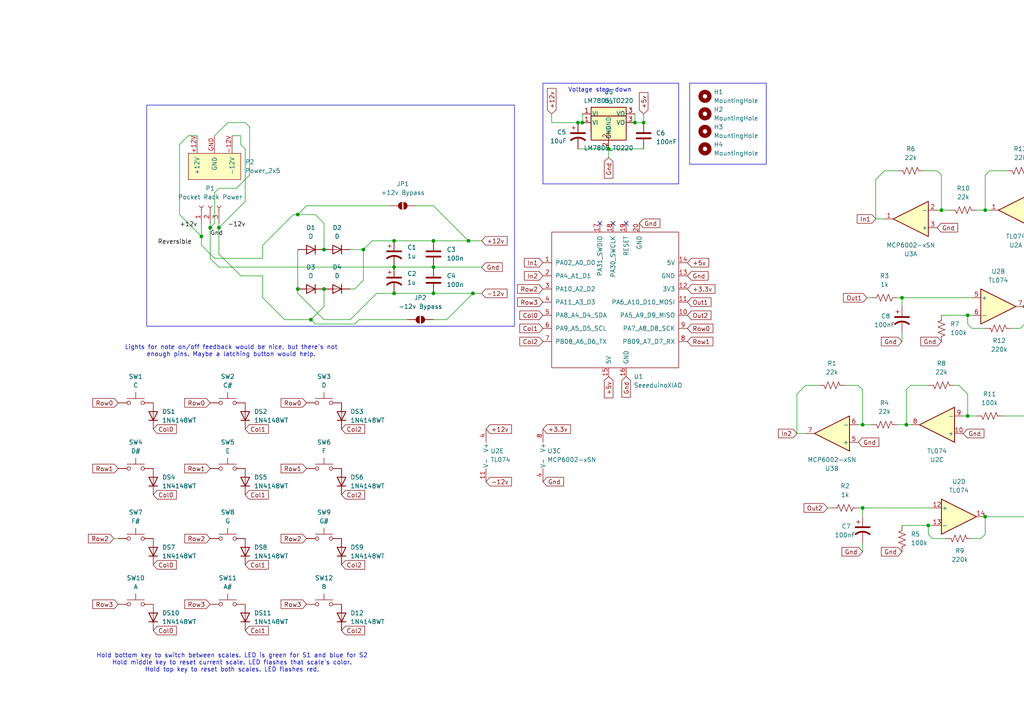
<source format=kicad_sch>
(kicad_sch (version 20231120) (generator "eeschema") (generator_version "8.0")
  (paper "A4")
  (lib_symbols
    (symbol "Amplifier_Operational:MCP6002-xSN" (pin_names (offset 0.127))
      (property "Reference" "U" (at 0 5.08 0))
      (property "Value" "MCP6002-xSN" (at 0 -5.08 0))
      (symbol "MCP6002-xSN_1_1"
        (pin output line (at 7.62 0 180) (length 2.54) (name "~") (number "1"))
        (pin input line (at -7.62 -2.54 0) (length 2.54) (name "-") (number "2"))
        (pin input line (at -7.62 2.54 0) (length 2.54) (name "+") (number "3"))
      )
      (symbol "MCP6002-xSN_2_1"
        (pin input line (at -7.62 2.54 0) (length 2.54) (name "+") (number "5"))
        (pin input line (at -7.62 -2.54 0) (length 2.54) (name "-") (number "6"))
        (pin output line (at 7.62 0 180) (length 2.54) (name "~") (number "7"))
      )
      (symbol "MCP6002-xSN_3_1"
        (pin power_in line (at -2.54 -7.62 90) (length 3.81) (name "V-") (number "4"))
        (pin power_in line (at -2.54 7.62 270) (length 3.81) (name "V+") (number "8"))
      )
    )
    (symbol "Amplifier_Operational:TL074" (pin_names (offset 0.127))
      (property "Reference" "U" (at 0 5.08 0))
      (property "Value" "TL074" (at 0 -5.08 0))
      (symbol "TL074_1_1"
        (pin output line (at 7.62 0 180) (length 2.54) (name "~") (number "1"))
        (pin input line (at -7.62 -2.54 0) (length 2.54) (name "-") (number "2"))
        (pin input line (at -7.62 2.54 0) (length 2.54) (name "+") (number "3"))
      )
      (symbol "TL074_2_1"
        (pin input line (at -7.62 2.54 0) (length 2.54) (name "+") (number "5"))
        (pin input line (at -7.62 -2.54 0) (length 2.54) (name "-") (number "6"))
        (pin output line (at 7.62 0 180) (length 2.54) (name "~") (number "7"))
      )
      (symbol "TL074_3_1"
        (pin input line (at -7.62 2.54 0) (length 2.54) (name "+") (number "10"))
        (pin output line (at 7.62 0 180) (length 2.54) (name "~") (number "8"))
        (pin input line (at -7.62 -2.54 0) (length 2.54) (name "-") (number "9"))
      )
      (symbol "TL074_4_1"
        (pin input line (at -7.62 2.54 0) (length 2.54) (name "+") (number "12"))
        (pin input line (at -7.62 -2.54 0) (length 2.54) (name "-") (number "13"))
        (pin output line (at 7.62 0 180) (length 2.54) (name "~") (number "14"))
      )
      (symbol "TL074_5_1"
        (pin power_in line (at -2.54 -7.62 90) (length 3.81) (name "V-") (number "11"))
        (pin power_in line (at -2.54 7.62 270) (length 3.81) (name "V+") (number "4"))
      )
    )
    (symbol "CATs_Eurorack_Synth:Power_2x5" (pin_names (offset 1.016))
      (property "Reference" "J" (at 0 10.16 0))
      (property "Value" "Power_2x5" (at 0 8.89 0))
      (symbol "Power_2x5_1_1"
        (pin power_out line (at 8.89 5.08 180) (length 5.08) (name "+12V") (number "+12V"))
        (pin power_out line (at 8.89 -5.08 180) (length 5.08) (name "-12V") (number "-12V"))
        (pin power_out line (at 8.89 0 180) (length 5.08) (name "GND") (number "GND"))
      )
    )
    (symbol "CATs_Seeeduino_XIAO:SeeeduinoXIAO" (pin_names (offset 1.016))
      (property "Reference" "U" (at -19.05 22.86 0))
      (property "Value" "SeeeduinoXIAO" (at -12.7 21.59 0))
      (symbol "SeeeduinoXIAO_1_1"
        (pin unspecified line (at -21.59 11.43 0) (length 2.54) (name "PA02_A0_D0") (number "1"))
        (pin unspecified line (at 20.32 -3.81 180) (length 2.54) (name "PA5_A9_D9_MISO") (number "10"))
        (pin unspecified line (at 20.32 0 180) (length 2.54) (name "PA6_A10_D10_MOSI") (number "11"))
        (pin unspecified line (at 20.32 3.81 180) (length 2.54) (name "3V3") (number "12"))
        (pin unspecified line (at 20.32 7.62 180) (length 2.54) (name "GND") (number "13"))
        (pin unspecified line (at 20.32 11.43 180) (length 2.54) (name "5V") (number "14"))
        (pin input line (at -2.54 -21.59 90) (length 2.54) (name "5V") (number "15"))
        (pin input line (at 2.54 -21.59 90) (length 2.54) (name "GND") (number "16"))
        (pin input line (at -5.08 22.86 270) (length 2.54) (name "PA31_SWDIO") (number "17"))
        (pin input line (at -1.27 22.86 270) (length 2.54) (name "PA30_SWCLK") (number "18"))
        (pin input line (at 2.54 22.86 270) (length 2.54) (name "RESET") (number "19"))
        (pin unspecified line (at -21.59 7.62 0) (length 2.54) (name "PA4_A1_D1") (number "2"))
        (pin input line (at 6.35 22.86 270) (length 2.54) (name "GND") (number "20"))
        (pin unspecified line (at -21.59 3.81 0) (length 2.54) (name "PA10_A2_D2") (number "3"))
        (pin unspecified line (at -21.59 0 0) (length 2.54) (name "PA11_A3_D3") (number "4"))
        (pin unspecified line (at -21.59 -3.81 0) (length 2.54) (name "PA8_A4_D4_SDA") (number "5"))
        (pin unspecified line (at -21.59 -7.62 0) (length 2.54) (name "PA9_A5_D5_SCL") (number "6"))
        (pin unspecified line (at -21.59 -11.43 0) (length 2.54) (name "PB08_A6_D6_TX") (number "7"))
        (pin unspecified line (at 20.32 -11.43 180) (length 2.54) (name "PB09_A7_D7_RX") (number "8"))
        (pin unspecified line (at 20.32 -7.62 180) (length 2.54) (name "PA7_A8_D8_SCK") (number "9"))
      )
    )
    (symbol "Connector:Conn_01x03_Socket" (pin_names (offset 1.016) hide)
      (property "Reference" "J" (at 0 5.08 0))
      (property "Value" "Conn_01x03_Socket" (at 0 -5.08 0))
      (symbol "Conn_01x03_Socket_1_1"
        (pin passive line (at -5.08 2.54 0) (length 3.81) (name "Pin_1") (number "1"))
        (pin passive line (at -5.08 0 0) (length 3.81) (name "Pin_2") (number "2"))
        (pin passive line (at -5.08 -2.54 0) (length 3.81) (name "Pin_3") (number "3"))
      )
    )
    (symbol "Connector_Audio:AudioJack3"
      (property "Reference" "J" (at 0 8.89 0))
      (property "Value" "AudioJack3" (at 0 6.35 0))
      (symbol "AudioJack3_1_1"
        (pin passive line (at 5.08 0 180) (length 2.54) (name "~") (number "R"))
        (pin passive line (at 5.08 2.54 180) (length 2.54) (name "~") (number "S"))
        (pin passive line (at 5.08 -2.54 180) (length 2.54) (name "~") (number "T"))
      )
    )
    (symbol "Connector_Audio:AudioJack3_SwitchTR"
      (property "Reference" "J" (at 0 8.89 0))
      (property "Value" "AudioJack3_SwitchTR" (at 0 6.35 0))
      (symbol "AudioJack3_SwitchTR_1_1"
        (pin passive line (at 5.08 0 180) (length 2.54) (name "~") (number "R"))
        (pin passive line (at 5.08 -2.54 180) (length 2.54) (name "~") (number "RN"))
        (pin passive line (at 5.08 2.54 180) (length 2.54) (name "~") (number "S"))
        (pin passive line (at 5.08 -5.08 180) (length 2.54) (name "~") (number "T"))
        (pin passive line (at 5.08 -7.62 180) (length 2.54) (name "~") (number "TN"))
      )
    )
    (symbol "Device:C" (pin_numbers hide) (pin_names (offset 0.254))
      (property "Reference" "C" (at 0.635 2.54 0))
      (property "Value" "C" (at 0.635 -2.54 0))
      (symbol "C_1_1"
        (pin passive line (at 0 3.81 270) (length 2.794) (name "~") (number "1"))
        (pin passive line (at 0 -3.81 90) (length 2.794) (name "~") (number "2"))
      )
    )
    (symbol "Device:C_Polarized_US" (pin_numbers hide) (pin_names (offset 0.254) hide)
      (property "Reference" "C" (at 0.635 2.54 0))
      (property "Value" "C_Polarized_US" (at 0.635 -2.54 0))
      (symbol "C_Polarized_US_1_1"
        (pin passive line (at 0 3.81 270) (length 2.794) (name "~") (number "1"))
        (pin passive line (at 0 -3.81 90) (length 3.302) (name "~") (number "2"))
      )
    )
    (symbol "Device:D" (pin_numbers hide) (pin_names (offset 1.016) hide)
      (property "Reference" "D" (at 0 2.54 0))
      (property "Value" "D" (at 0 -2.54 0))
      (symbol "D_1_1"
        (pin passive line (at -3.81 0 0) (length 2.54) (name "K") (number "1"))
        (pin passive line (at 3.81 0 180) (length 2.54) (name "A") (number "2"))
      )
    )
    (symbol "Device:R_US" (pin_numbers hide) (pin_names (offset 0))
      (property "Reference" "R" (at 2.54 0 90))
      (property "Value" "R_US" (at -2.54 0 90))
      (symbol "R_US_1_1"
        (pin passive line (at 0 3.81 270) (length 1.27) (name "~") (number "1"))
        (pin passive line (at 0 -3.81 90) (length 1.27) (name "~") (number "2"))
      )
    )
    (symbol "Diode:1N4148WT" (pin_numbers hide) (pin_names hide)
      (property "Reference" "D" (at 0 2.54 0))
      (property "Value" "1N4148WT" (at 0 -2.54 0))
      (symbol "1N4148WT_1_1"
        (pin passive line (at -3.81 0 0) (length 2.54) (name "K") (number "1"))
        (pin passive line (at 3.81 0 180) (length 2.54) (name "A") (number "2"))
      )
    )
    (symbol "Jumper:SolderJumper_2_Open" (pin_numbers hide) (pin_names (offset 0) hide) (exclude_from_sim yes) (in_bom no)
      (property "Reference" "JP" (at 0 2.032 0))
      (property "Value" "SolderJumper_2_Open" (at 0 -2.54 0))
      (symbol "SolderJumper_2_Open_1_1"
        (pin passive line (at -3.81 0 0) (length 2.54) (name "A") (number "1"))
        (pin passive line (at 3.81 0 180) (length 2.54) (name "B") (number "2"))
      )
    )
    (symbol "Jumper:SolderJumper_3_Bridged12" (pin_names (offset 0) hide) (exclude_from_sim yes) (in_bom no)
      (property "Reference" "JP" (at -2.54 -2.54 0))
      (property "Value" "SolderJumper_3_Bridged12" (at 0 2.794 0))
      (symbol "SolderJumper_3_Bridged12_1_1"
        (pin passive line (at -5.08 0 0) (length 2.54) (name "A") (number "1"))
        (pin passive line (at 0 -3.81 90) (length 2.54) (name "C") (number "2"))
        (pin passive line (at 5.08 0 180) (length 2.54) (name "B") (number "3"))
      )
    )
    (symbol "Mechanical:MountingHole" (pin_names (offset 1.016))
      (property "Reference" "H" (at 0 5.08 0))
      (property "Value" "MountingHole" (at 0 3.175 0))
    )
    (symbol "Regulator_Linear:LM7805_TO220" (pin_names (offset 0.254))
      (property "Reference" "U" (at -3.81 3.175 0))
      (property "Value" "LM7805_TO220" (at 0 3.175 0))
      (symbol "LM7805_TO220_1_1"
        (pin power_in line (at -7.62 0 0) (length 2.54) (name "VI") (number "1"))
        (pin power_in line (at 0 -7.62 90) (length 2.54) (name "GND") (number "2"))
        (pin power_out line (at 7.62 0 180) (length 2.54) (name "VO") (number "3"))
      )
    )
    (symbol "Switch:SW_Push" (pin_numbers hide) (pin_names (offset 1.016) hide)
      (property "Reference" "SW" (at 1.27 2.54 0))
      (property "Value" "SW_Push" (at 0 -1.524 0))
      (symbol "SW_Push_0_1"
        (pin passive line (at -5.08 0 0) (length 2.54) (name "1") (number "1"))
        (pin passive line (at 5.08 0 180) (length 2.54) (name "2") (number "2"))
      )
    )
  )
  (junction (at 269.24 152.4))
  (junction (at 250.19 147.32))
  (junction (at 86.36 62.23))
  (junction (at 280.67 91.44))
  (junction (at 367.03 72.39))
  (junction (at 261.62 86.36))
  (junction (at 125.73 77.47))
  (junction (at 262.89 123.19))
  (junction (at 363.22 99.06))
  (junction (at 364.49 139.7))
  (junction (at 358.14 118.11))
  (junction (at 303.53 58.42))
  (junction (at 90.17 92.71))
  (junction (at 137.16 85.09))
  (junction (at 354.33 134.62))
  (junction (at 184.15 35.56))
  (junction (at 93.98 83.82))
  (junction (at 273.05 60.96))
  (junction (at 361.95 113.03))
  (junction (at 360.68 67.31))
  (junction (at 135.89 69.85))
  (junction (at 250.19 123.19))
  (junction (at 280.67 120.65))
  (junction (at 125.73 69.85))
  (junction (at 355.6 92.71))
  (junction (at 186.69 35.56))
  (junction (at 105.41 72.39))
  (junction (at 93.98 72.39))
  (junction (at 355.6 72.39))
  (junction (at 168.91 35.56))
  (junction (at 285.75 60.96))
  (junction (at 297.18 88.9))
  (junction (at 365.76 67.31))
  (junction (at 176.53 43.18))
  (junction (at 58.42 68.58))
  (junction (at 114.3 85.09))
  (junction (at 114.3 77.47))
  (junction (at 60.96 66.04))
  (junction (at 125.73 85.09))
  (junction (at 285.75 149.86))
  (junction (at 167.64 35.56))
  (junction (at 114.3 69.85))
  (junction (at 63.5 66.04))
  (junction (at 86.36 83.82))
  (no_connect (at 173.99 64.77))
  (no_connect (at 181.61 64.77))
  (no_connect (at 177.8 64.77))
  (wire (pts (xy 269.24 152.4) (xy 269.24 154.94)))
  (wire (pts (xy 245.11 111.76) (xy 248.92 111.76)))
  (wire (pts (xy 350.52 82.55) (xy 358.14 90.17)))
  (wire (pts (xy 256.54 63.5) (xy 254 63.5)))
  (wire (pts (xy 378.46 72.39) (xy 367.03 72.39)))
  (wire (pts (xy 269.24 111.76) (xy 264.16 111.76)))
  (wire (pts (xy 358.14 118.11) (xy 378.46 118.11)))
  (wire (pts (xy 63.5 77.47) (xy 114.3 77.47)))
  (wire (pts (xy 237.49 111.76) (xy 233.68 111.76)))
  (wire (pts (xy 341.63 92.71) (xy 323.85 92.71)))
  (wire (pts (xy 262.89 123.19) (xy 260.35 123.19)))
  (wire (pts (xy 290.83 120.65) (xy 334.01 120.65)))
  (wire (pts (xy 323.85 92.71) (xy 320.04 88.9)))
  (wire (pts (xy 369.57 125.73) (xy 391.16 125.73)))
  (wire (pts (xy 370.84 95.25) (xy 367.03 95.25)))
  (wire (pts (xy 281.94 156.21) (xy 284.48 156.21)))
  (wire (pts (xy 285.75 95.25) (xy 281.94 95.25)))
  (wire (pts (xy 274.32 156.21) (xy 270.51 156.21)))
  (wire (pts (xy 303.53 58.42) (xy 302.26 58.42)))
  (wire (pts (xy 267.97 49.53) (xy 271.78 49.53)))
  (wire (pts (xy 364.49 146.05) (xy 364.49 139.7)))
  (wire (pts (xy 370.84 106.68) (xy 387.35 106.68)))
  (wire (pts (xy 354.33 134.62) (xy 370.84 134.62)))
  (wire (pts (xy 345.44 118.11) (xy 358.14 118.11)))
  (wire (pts (xy 264.16 111.76) (xy 262.89 113.03)))
  (wire (pts (xy 361.95 97.79) (xy 363.22 99.06)))
  (wire (pts (xy 271.78 49.53) (xy 273.05 50.8)))
  (wire (pts (xy 353.06 124.46) (xy 353.06 125.73)))
  (wire (pts (xy 378.46 90.17) (xy 367.03 90.17)))
  (wire (pts (xy 391.16 66.04) (xy 391.16 102.87)))
  (wire (pts (xy 341.63 134.62) (xy 317.5 134.62)))
  (wire (pts (xy 382.27 57.15) (xy 391.16 66.04)))
  (wire (pts (xy 349.25 129.54) (xy 354.33 134.62)))
  (wire (pts (xy 101.6 72.39) (xy 105.41 72.39)))
  (wire (pts (xy 250.19 113.03) (xy 250.19 123.19)))
  (wire (pts (xy 167.64 43.18) (xy 176.53 43.18)))
  (wire (pts (xy 76.2 86.36) (xy 82.55 92.71)))
  (wire (pts (xy 58.42 64.77) (xy 58.42 68.58)))
  (wire (pts (xy 300.99 49.53) (xy 303.53 52.07)))
  (wire (pts (xy 139.7 69.85) (xy 135.89 69.85)))
  (wire (pts (xy 69.85 39.37) (xy 69.85 41.91)))
  (wire (pts (xy 345.44 97.79) (xy 361.95 97.79)))
  (wire (pts (xy 114.3 85.09) (xy 125.73 85.09)))
  (wire (pts (xy 72.39 50.8) (xy 68.58 54.61)))
  (wire (pts (xy 378.46 110.49) (xy 367.03 110.49)))
  (wire (pts (xy 248.92 111.76) (xy 250.19 113.03)))
  (wire (pts (xy 365.76 67.31) (xy 365.76 58.42)))
  (wire (pts (xy 280.67 91.44) (xy 281.94 91.44)))
  (wire (pts (xy 361.95 113.03) (xy 378.46 113.03)))
  (wire (pts (xy 354.33 134.62) (xy 354.33 146.05)))
  (wire (pts (xy 231.14 114.3) (xy 231.14 125.73)))
  (wire (pts (xy 365.76 58.42) (xy 367.03 57.15)))
  (wire (pts (xy 248.92 123.19) (xy 250.19 123.19)))
  (wire (pts (xy 367.03 120.65) (xy 378.46 120.65)))
  (wire (pts (xy 113.03 59.69) (xy 88.9 59.69)))
  (wire (pts (xy 370.84 114.3) (xy 372.11 115.57)))
  (wire (pts (xy 369.57 80.01) (xy 378.46 80.01)))
  (wire (pts (xy 378.46 132.08) (xy 367.03 132.08)))
  (wire (pts (xy 105.41 72.39) (xy 105.41 81.28)))
  (wire (pts (xy 297.18 88.9) (xy 320.04 88.9)))
  (wire (pts (xy 285.75 149.86) (xy 285.75 154.94)))
  (wire (pts (xy 345.44 107.95) (xy 349.25 107.95)))
  (wire (pts (xy 287.02 60.96) (xy 285.75 60.96)))
  (wire (pts (xy 186.69 33.02) (xy 186.69 35.56)))
  (wire (pts (xy 261.62 86.36) (xy 281.94 86.36)))
  (wire (pts (xy 72.39 36.83) (xy 72.39 50.8)))
  (wire (pts (xy 345.44 129.54) (xy 349.25 129.54)))
  (wire (pts (xy 102.87 83.82) (xy 105.41 81.28)))
  (wire (pts (xy 160.02 33.02) (xy 160.02 35.56)))
  (wire (pts (xy 63.5 54.61) (xy 68.58 54.61)))
  (wire (pts (xy 280.67 91.44) (xy 280.67 93.98)))
  (wire (pts (xy 285.75 149.86) (xy 302.26 149.86)))
  (wire (pts (xy 378.46 64.77) (xy 373.38 64.77)))
  (wire (pts (xy 355.6 92.71) (xy 370.84 92.71)))
  (wire (pts (xy 101.6 83.82) (xy 102.87 83.82)))
  (wire (pts (xy 306.07 58.42) (xy 303.53 58.42)))
  (wire (pts (xy 114.3 69.85) (xy 107.95 69.85)))
  (wire (pts (xy 358.14 128.27) (xy 355.6 128.27)))
  (wire (pts (xy 280.67 120.65) (xy 279.4 120.65)))
  (wire (pts (xy 370.84 137.16) (xy 367.03 137.16)))
  (wire (pts (xy 384.81 86.36) (xy 392.43 86.36)))
  (wire (pts (xy 378.46 69.85) (xy 378.46 72.39)))
  (wire (pts (xy 256.54 49.53) (xy 254 52.07)))
  (wire (pts (xy 86.36 62.23) (xy 85.09 62.23)))
  (wire (pts (xy 260.35 49.53) (xy 256.54 49.53)))
  (wire (pts (xy 363.22 102.87) (xy 363.22 99.06)))
  (wire (pts (xy 167.64 35.56) (xy 168.91 35.56)))
  (wire (pts (xy 250.19 149.86) (xy 250.19 147.32)))
  (wire (pts (xy 233.68 111.76) (xy 231.14 114.3)))
  (wire (pts (xy 52.07 41.91) (xy 52.07 62.23)))
  (wire (pts (xy 349.25 107.95) (xy 354.33 113.03)))
  (wire (pts (xy 125.73 92.71) (xy 129.54 92.71)))
  (wire (pts (xy 285.75 50.8) (xy 285.75 60.96)))
  (wire (pts (xy 125.73 59.69) (xy 135.89 69.85)))
  (wire (pts (xy 350.52 87.63) (xy 355.6 92.71)))
  (wire (pts (xy 184.15 35.56) (xy 186.69 35.56)))
  (wire (pts (xy 261.62 152.4) (xy 269.24 152.4)))
  (wire (pts (xy 101.6 92.71) (xy 109.22 85.09)))
  (wire (pts (xy 287.02 49.53) (xy 285.75 50.8)))
  (wire (pts (xy 345.44 87.63) (xy 350.52 87.63)))
  (wire (pts (xy 62.23 55.88) (xy 62.23 64.77)))
  (wire (pts (xy 370.84 106.68) (xy 370.84 114.3)))
  (wire (pts (xy 176.53 43.18) (xy 186.69 43.18)))
  (wire (pts (xy 62.23 74.93) (xy 76.2 74.93)))
  (wire (pts (xy 52.07 62.23) (xy 58.42 68.58)))
  (wire (pts (xy 176.53 45.72) (xy 176.53 43.18)))
  (wire (pts (xy 360.68 67.31) (xy 360.68 81.28)))
  (wire (pts (xy 358.14 118.11) (xy 358.14 120.65)))
  (wire (pts (xy 323.85 68.58) (xy 335.28 68.58)))
  (wire (pts (xy 125.73 77.47) (xy 139.7 77.47)))
  (wire (pts (xy 33.02 156.21) (xy 34.29 156.21)))
  (wire (pts (xy 292.1 49.53) (xy 287.02 49.53)))
  (wire (pts (xy 57.15 39.37) (xy 54.61 39.37)))
  (wire (pts (xy 367.03 120.65) (xy 367.03 123.19)))
  (wire (pts (xy 86.36 83.82) (xy 86.36 85.09)))
  (wire (pts (xy 276.86 111.76) (xy 278.13 111.76)))
  (wire (pts (xy 269.24 152.4) (xy 270.51 152.4)))
  (wire (pts (xy 252.73 86.36) (xy 251.46 86.36)))
  (wire (pts (xy 360.68 67.31) (xy 365.76 67.31)))
  (wire (pts (xy 273.05 60.96) (xy 275.59 60.96)))
  (wire (pts (xy 250.19 147.32) (xy 248.92 147.32)))
  (wire (pts (xy 280.67 114.3) (xy 280.67 120.65)))
  (wire (pts (xy 363.22 114.3) (xy 361.95 113.03)))
  (wire (pts (xy 284.48 156.21) (xy 285.75 154.94)))
  (wire (pts (xy 125.73 85.09) (xy 137.16 85.09)))
  (wire (pts (xy 344.17 77.47) (xy 346.71 77.47)))
  (wire (pts (xy 71.12 43.18) (xy 71.12 58.42)))
  (wire (pts (xy 261.62 86.36) (xy 260.35 86.36)))
  (wire (pts (xy 313.69 58.42) (xy 323.85 68.58)))
  (wire (pts (xy 60.96 66.04) (xy 60.96 74.93)))
  (wire (pts (xy 335.28 68.58) (xy 339.09 72.39)))
  (wire (pts (xy 120.65 59.69) (xy 125.73 59.69)))
  (wire (pts (xy 93.98 92.71) (xy 101.6 92.71)))
  (wire (pts (xy 297.18 88.9) (xy 297.18 93.98)))
  (wire (pts (xy 387.35 106.68) (xy 391.16 102.87)))
  (wire (pts (xy 392.43 86.36) (xy 392.43 124.46)))
  (wire (pts (xy 114.3 77.47) (xy 125.73 77.47)))
  (wire (pts (xy 345.44 139.7) (xy 364.49 139.7)))
  (wire (pts (xy 273.05 91.44) (xy 280.67 91.44)))
  (wire (pts (xy 86.36 85.09) (xy 93.98 92.71)))
  (wire (pts (xy 250.19 147.32) (xy 270.51 147.32)))
  (wire (pts (xy 109.22 85.09) (xy 114.3 85.09)))
  (wire (pts (xy 295.91 95.25) (xy 297.18 93.98)))
  (wire (pts (xy 184.15 33.02) (xy 184.15 35.56)))
  (wire (pts (xy 168.91 33.02) (xy 168.91 35.56)))
  (wire (pts (xy 261.62 88.9) (xy 261.62 86.36)))
  (wire (pts (xy 359.41 129.54) (xy 359.41 142.24)))
  (wire (pts (xy 353.06 95.25) (xy 355.6 92.71)))
  (wire (pts (xy 355.6 72.39) (xy 367.03 72.39)))
  (wire (pts (xy 334.01 120.65) (xy 341.63 113.03)))
  (wire (pts (xy 135.89 69.85) (xy 125.73 69.85)))
  (wire (pts (xy 91.44 62.23) (xy 86.36 62.23)))
  (wire (pts (xy 350.52 81.28) (xy 350.52 82.55)))
  (wire (pts (xy 69.85 41.91) (xy 71.12 43.18)))
  (wire (pts (xy 60.96 74.93) (xy 63.5 77.47)))
  (wire (pts (xy 299.72 49.53) (xy 300.99 49.53)))
  (wire (pts (xy 293.37 95.25) (xy 295.91 95.25)))
  (wire (pts (xy 303.53 52.07) (xy 303.53 58.42)))
  (wire (pts (xy 355.6 72.39) (xy 355.6 77.47)))
  (wire (pts (xy 281.94 95.25) (xy 280.67 93.98)))
  (wire (pts (xy 107.95 69.85) (xy 105.41 72.39)))
  (wire (pts (xy 76.2 80.01) (xy 76.2 86.36)))
  (wire (pts (xy 62.23 64.77) (xy 60.96 66.04)))
  (wire (pts (xy 264.16 123.19) (xy 262.89 123.19)))
  (wire (pts (xy 250.19 160.02) (xy 250.19 157.48)))
  (wire (pts (xy 365.76 67.31) (xy 378.46 67.31)))
  (wire (pts (xy 104.14 92.71) (xy 102.87 93.98)))
  (wire (pts (xy 270.51 156.21) (xy 269.24 154.94)))
  (wire (pts (xy 273.05 50.8) (xy 273.05 60.96)))
  (wire (pts (xy 69.85 80.01) (xy 76.2 80.01)))
  (wire (pts (xy 367.03 72.39) (xy 367.03 77.47)))
  (wire (pts (xy 91.44 93.98) (xy 90.17 92.71)))
  (wire (pts (xy 378.46 80.01) (xy 384.81 86.36)))
  (wire (pts (xy 66.04 35.56) (xy 71.12 35.56)))
  (wire (pts (xy 62.23 39.37) (xy 66.04 35.56)))
  (wire (pts (xy 262.89 113.03) (xy 262.89 123.19)))
  (wire (pts (xy 160.02 35.56) (xy 167.64 35.56)))
  (wire (pts (xy 90.17 92.71) (xy 93.98 88.9)))
  (wire (pts (xy 354.33 113.03) (xy 361.95 113.03)))
  (wire (pts (xy 93.98 83.82) (xy 93.98 88.9)))
  (wire (pts (xy 93.98 72.39) (xy 93.98 64.77)))
  (wire (pts (xy 82.55 92.71) (xy 90.17 92.71)))
  (wire (pts (xy 254 52.07) (xy 254 63.5)))
  (wire (pts (xy 125.73 69.85) (xy 114.3 69.85)))
  (wire (pts (xy 367.03 57.15) (xy 382.27 57.15)))
  (wire (pts (xy 391.16 125.73) (xy 392.43 124.46)))
  (wire (pts (xy 233.68 125.73) (xy 231.14 125.73)))
  (wire (pts (xy 367.03 77.47) (xy 369.57 80.01)))
  (wire (pts (xy 58.42 71.12) (xy 62.23 74.93)))
  (wire (pts (xy 63.5 54.61) (xy 62.23 55.88)))
  (wire (pts (xy 58.42 68.58) (xy 58.42 71.12)))
  (wire (pts (xy 76.2 71.12) (xy 85.09 62.23)))
  (wire (pts (xy 271.78 60.96) (xy 273.05 60.96)))
  (wire (pts (xy 67.31 39.37) (xy 69.85 39.37)))
  (wire (pts (xy 372.11 115.57) (xy 378.46 115.57)))
  (wire (pts (xy 63.5 73.66) (xy 69.85 80.01)))
  (wire (pts (xy 367.03 137.16) (xy 364.49 139.7)))
  (wire (pts (xy 71.12 35.56) (xy 72.39 36.83)))
  (wire (pts (xy 367.03 123.19) (xy 369.57 125.73)))
  (wire (pts (xy 250.19 123.19) (xy 252.73 123.19)))
  (wire (pts (xy 63.5 64.77) (xy 63.5 66.04)))
  (wire (pts (xy 283.21 120.65) (xy 280.67 120.65)))
  (wire (pts (xy 76.2 71.12) (xy 76.2 74.93)))
  (wire (pts (xy 129.54 92.71) (xy 137.16 85.09)))
  (wire (pts (xy 353.06 102.87) (xy 353.06 95.25)))
  (wire (pts (xy 358.14 90.17) (xy 358.14 99.06)))
  (wire (pts (xy 93.98 64.77) (xy 91.44 62.23)))
  (wire (pts (xy 54.61 39.37) (xy 52.07 41.91)))
  (wire (pts (xy 346.71 77.47) (xy 351.79 72.39)))
  (wire (pts (xy 339.09 72.39) (xy 340.36 72.39)))
  (wire (pts (xy 176.53 40.64) (xy 176.53 43.18)))
  (wire (pts (xy 363.22 124.46) (xy 363.22 114.3)))
  (wire (pts (xy 344.17 67.31) (xy 360.68 67.31)))
  (wire (pts (xy 118.11 92.71) (xy 104.14 92.71)))
  (wire (pts (xy 86.36 72.39) (xy 86.36 83.82)))
  (wire (pts (xy 137.16 85.09) (xy 139.7 85.09)))
  (wire (pts (xy 88.9 59.69) (xy 86.36 62.23)))
  (wire (pts (xy 278.13 111.76) (xy 280.67 114.3)))
  (wire (pts (xy 367.03 95.25) (xy 363.22 99.06)))
  (wire (pts (xy 261.62 99.06) (xy 261.62 96.52)))
  (wire (pts (xy 241.3 147.32) (xy 240.03 147.32)))
  (wire (pts (xy 359.41 129.54) (xy 358.14 128.27)))
  (wire (pts (xy 355.6 128.27) (xy 353.06 125.73)))
  (wire (pts (xy 317.5 134.62) (xy 302.26 149.86)))
  (wire (pts (xy 71.12 58.42) (xy 63.5 66.04)))
  (wire (pts (xy 285.75 60.96) (xy 283.21 60.96)))
  (wire (pts (xy 60.96 64.77) (xy 60.96 66.04)))
  (wire (pts (xy 63.5 66.04) (xy 63.5 73.66)))
  (wire (pts (xy 102.87 93.98) (xy 91.44 93.98)))
  (wire (pts (xy 351.79 72.39) (xy 355.6 72.39)))
  (rectangle (start 157.48 24.13) (end 196.85 53.34))
  (rectangle (start 42.545 30.48) (end 149.225 94.615))
  (rectangle (start 200.025 24.13) (end 222.25 47.625))
  (text "Voltage step-down" (at 173.99 26.162 0) (effects (font (size 1.27 1.27))))
  (text "Lights for note on/off feedback would be nice, but there's not\nenough pins. Maybe a latching button would help." (at 67.056 101.854 0) (effects (font (size 1.27 1.27))))
  (text "Hold bottom key to switch between scales. LED is green for S1 and blue for S2\nHold middle key to reset current scale. LED flashes that scale's color.\nHold top key to reset both scales. LED flashes red." (at 67.31 192.278 0) (effects (font (size 1.27 1.27))))
  (label "-12v" (at 66.04 66.04 0))
  (label "Reversible" (at 45.72 71.12 0))
  (label "Gnd" (at 60.96 68.58 0))
  (label "+12v" (at 52.07 66.04 0))
  (global_label "Row3" (shape input) (at 157.48 87.63 180) (property "Intersheetrefs" "${INTERSHEET_REFS}" (effects (hide yes))))
  (global_label "Row3" (shape input) (at 60.96 175.26 180) (property "Intersheetrefs" "${INTERSHEET_REFS}" (effects (hide yes))))
  (global_label "Col1" (shape input) (at 71.12 143.51 0) (property "Intersheetrefs" "${INTERSHEET_REFS}" (effects (hide yes))))
  (global_label "Row1" (shape input) (at 34.29 135.89 180) (property "Intersheetrefs" "${INTERSHEET_REFS}" (effects (hide yes))))
  (global_label "+3.3v" (shape input) (at 199.39 83.82 0) (property "Intersheetrefs" "${INTERSHEET_REFS}" (effects (hide yes))))
  (global_label "Col2" (shape input) (at 99.06 163.83 0) (property "Intersheetrefs" "${INTERSHEET_REFS}" (effects (hide yes))))
  (global_label "Col1" (shape input) (at 71.12 124.46 0) (property "Intersheetrefs" "${INTERSHEET_REFS}" (effects (hide yes))))
  (global_label "+5v" (shape input) (at 186.69 33.02 90) (property "Intersheetrefs" "${INTERSHEET_REFS}" (effects (hide yes))))
  (global_label "Gnd" (shape input) (at 261.62 99.06 180) (property "Intersheetrefs" "${INTERSHEET_REFS}" (effects (hide yes))))
  (global_label "Row2" (shape input) (at 157.48 83.82 180) (property "Intersheetrefs" "${INTERSHEET_REFS}" (effects (hide yes))))
  (global_label "Row1" (shape input) (at 199.39 99.06 0) (property "Intersheetrefs" "${INTERSHEET_REFS}" (effects (hide yes))))
  (global_label "Col0" (shape input) (at 44.45 182.88 0) (property "Intersheetrefs" "${INTERSHEET_REFS}" (effects (hide yes))))
  (global_label "Gnd" (shape input) (at 273.05 99.06 180) (property "Intersheetrefs" "${INTERSHEET_REFS}" (effects (hide yes))))
  (global_label "Gnd" (shape input) (at 250.19 160.02 180) (property "Intersheetrefs" "${INTERSHEET_REFS}" (effects (hide yes))))
  (global_label "Row1" (shape input) (at 60.96 135.89 180) (property "Intersheetrefs" "${INTERSHEET_REFS}" (effects (hide yes))))
  (global_label "Row2" (shape input) (at 60.96 156.21 180) (property "Intersheetrefs" "${INTERSHEET_REFS}" (effects (hide yes))))
  (global_label "In2" (shape input) (at 231.14 125.73 180) (property "Intersheetrefs" "${INTERSHEET_REFS}" (effects (hide yes))))
  (global_label "Out2" (shape input) (at 240.03 147.32 180) (property "Intersheetrefs" "${INTERSHEET_REFS}" (effects (hide yes))))
  (global_label "Gnd" (shape input) (at 367.03 90.17 180) (property "Intersheetrefs" "${INTERSHEET_REFS}" (effects (hide yes))))
  (global_label "+12v" (shape input) (at 140.97 124.46 0) (property "Intersheetrefs" "${INTERSHEET_REFS}" (effects (hide yes))))
  (global_label "Col1" (shape input) (at 71.12 163.83 0) (property "Intersheetrefs" "${INTERSHEET_REFS}" (effects (hide yes))))
  (global_label "Col2" (shape input) (at 99.06 124.46 0) (property "Intersheetrefs" "${INTERSHEET_REFS}" (effects (hide yes))))
  (global_label "Gnd" (shape input) (at 176.53 45.72 270) (property "Intersheetrefs" "${INTERSHEET_REFS}" (effects (hide yes))))
  (global_label "Row3" (shape input) (at 34.29 175.26 180) (property "Intersheetrefs" "${INTERSHEET_REFS}" (effects (hide yes))))
  (global_label "Gnd" (shape input) (at 373.38 64.77 180) (property "Intersheetrefs" "${INTERSHEET_REFS}" (effects (hide yes))))
  (global_label "Row3" (shape input) (at 88.9 175.26 180) (property "Intersheetrefs" "${INTERSHEET_REFS}" (effects (hide yes))))
  (global_label "Row0" (shape input) (at 199.39 95.25 0) (property "Intersheetrefs" "${INTERSHEET_REFS}" (effects (hide yes))))
  (global_label "Out1" (shape input) (at 251.46 86.36 180) (property "Intersheetrefs" "${INTERSHEET_REFS}" (effects (hide yes))))
  (global_label "+5v" (shape input) (at 176.53 109.22 270) (property "Intersheetrefs" "${INTERSHEET_REFS}" (effects (hide yes))))
  (global_label "+12v" (shape input) (at 139.7 69.85 0) (property "Intersheetrefs" "${INTERSHEET_REFS}" (effects (hide yes))))
  (global_label "Col1" (shape input) (at 71.12 182.88 0) (property "Intersheetrefs" "${INTERSHEET_REFS}" (effects (hide yes))))
  (global_label "Gnd" (shape input) (at 261.62 160.02 180) (property "Intersheetrefs" "${INTERSHEET_REFS}" (effects (hide yes))))
  (global_label "In1" (shape input) (at 157.48 76.2 180) (property "Intersheetrefs" "${INTERSHEET_REFS}" (effects (hide yes))))
  (global_label "Gnd" (shape input) (at 185.42 64.77 0) (property "Intersheetrefs" "${INTERSHEET_REFS}" (effects (hide yes))))
  (global_label "Col2" (shape input) (at 157.48 99.06 180) (property "Intersheetrefs" "${INTERSHEET_REFS}" (effects (hide yes))))
  (global_label "+3.3v" (shape input) (at 157.48 124.46 0) (property "Intersheetrefs" "${INTERSHEET_REFS}" (effects (hide yes))))
  (global_label "Out2" (shape input) (at 199.39 91.44 0) (property "Intersheetrefs" "${INTERSHEET_REFS}" (effects (hide yes))))
  (global_label "Row2" (shape input) (at 33.02 156.21 180) (property "Intersheetrefs" "${INTERSHEET_REFS}" (effects (hide yes))))
  (global_label "Col0" (shape input) (at 44.45 143.51 0) (property "Intersheetrefs" "${INTERSHEET_REFS}" (effects (hide yes))))
  (global_label "Col2" (shape input) (at 99.06 182.88 0) (property "Intersheetrefs" "${INTERSHEET_REFS}" (effects (hide yes))))
  (global_label "Col0" (shape input) (at 157.48 91.44 180) (property "Intersheetrefs" "${INTERSHEET_REFS}" (effects (hide yes))))
  (global_label "Row0" (shape input) (at 34.29 116.84 180) (property "Intersheetrefs" "${INTERSHEET_REFS}" (effects (hide yes))))
  (global_label "Gnd" (shape input) (at 367.03 110.49 180) (property "Intersheetrefs" "${INTERSHEET_REFS}" (effects (hide yes))))
  (global_label "Gnd" (shape input) (at 199.39 80.01 0) (property "Intersheetrefs" "${INTERSHEET_REFS}" (effects (hide yes))))
  (global_label "Gnd" (shape input) (at 139.7 77.47 0) (property "Intersheetrefs" "${INTERSHEET_REFS}" (effects (hide yes))))
  (global_label "Gnd" (shape input) (at 367.03 132.08 180) (property "Intersheetrefs" "${INTERSHEET_REFS}" (effects (hide yes))))
  (global_label "Col0" (shape input) (at 44.45 163.83 0) (property "Intersheetrefs" "${INTERSHEET_REFS}" (effects (hide yes))))
  (global_label "-12v" (shape input) (at 140.97 139.7 0) (property "Intersheetrefs" "${INTERSHEET_REFS}" (effects (hide yes))))
  (global_label "Row0" (shape input) (at 88.9 116.84 180) (property "Intersheetrefs" "${INTERSHEET_REFS}" (effects (hide yes))))
  (global_label "Row2" (shape input) (at 88.9 156.21 180) (property "Intersheetrefs" "${INTERSHEET_REFS}" (effects (hide yes))))
  (global_label "Gnd" (shape input) (at 279.4 125.73 0) (property "Intersheetrefs" "${INTERSHEET_REFS}" (effects (hide yes))))
  (global_label "Col2" (shape input) (at 99.06 143.51 0) (property "Intersheetrefs" "${INTERSHEET_REFS}" (effects (hide yes))))
  (global_label "-12v" (shape input) (at 139.7 85.09 0) (property "Intersheetrefs" "${INTERSHEET_REFS}" (effects (hide yes))))
  (global_label "Gnd" (shape input) (at 271.78 66.04 0) (property "Intersheetrefs" "${INTERSHEET_REFS}" (effects (hide yes))))
  (global_label "Gnd" (shape input) (at 302.26 63.5 0) (property "Intersheetrefs" "${INTERSHEET_REFS}" (effects (hide yes))))
  (global_label "Gnd" (shape input) (at 248.92 128.27 0) (property "Intersheetrefs" "${INTERSHEET_REFS}" (effects (hide yes))))
  (global_label "+12v" (shape input) (at 160.02 33.02 90) (property "Intersheetrefs" "${INTERSHEET_REFS}" (effects (hide yes))))
  (global_label "Gnd" (shape input) (at 181.61 109.22 270) (property "Intersheetrefs" "${INTERSHEET_REFS}" (effects (hide yes))))
  (global_label "+5v" (shape input) (at 199.39 76.2 0) (property "Intersheetrefs" "${INTERSHEET_REFS}" (effects (hide yes))))
  (global_label "In1" (shape input) (at 254 63.5 180) (property "Intersheetrefs" "${INTERSHEET_REFS}" (effects (hide yes))))
  (global_label "Col0" (shape input) (at 44.45 124.46 0) (property "Intersheetrefs" "${INTERSHEET_REFS}" (effects (hide yes))))
  (global_label "Gnd" (shape input) (at 157.48 139.7 0) (property "Intersheetrefs" "${INTERSHEET_REFS}" (effects (hide yes))))
  (global_label "Row0" (shape input) (at 60.96 116.84 180) (property "Intersheetrefs" "${INTERSHEET_REFS}" (effects (hide yes))))
  (global_label "Out1" (shape input) (at 199.39 87.63 0) (property "Intersheetrefs" "${INTERSHEET_REFS}" (effects (hide yes))))
  (global_label "Row1" (shape input) (at 88.9 135.89 180) (property "Intersheetrefs" "${INTERSHEET_REFS}" (effects (hide yes))))
  (global_label "Col1" (shape input) (at 157.48 95.25 180) (property "Intersheetrefs" "${INTERSHEET_REFS}" (effects (hide yes))))
  (global_label "In2" (shape input) (at 157.48 80.01 180) (property "Intersheetrefs" "${INTERSHEET_REFS}" (effects (hide yes))))
  (symbol (lib_id "Amplifier_Operational:TL074") (at 294.64 60.96 180) (unit 1)
    (property "Reference" "U2" (at 294.64 71.12 0))
    (property "Value" "TL074" (at 294.64 68.58 0))
    (property "Footprint" "0_Favorites:SOIC-14_3.9x8.7mm_P1.27mm" (effects (hide yes)))
    (property "Datasheet" "http://www.ti.com/lit/ds/symlink/tl071.pdf" (effects (hide yes)))
    (property "Description" "Quad Low-Noise JFET-Input Operational Amplifiers, DIP-14/SOIC-14" (effects (hide yes)))
  )
  (symbol (lib_id "Device:C_Polarized_US") (at 250.19 153.67 0) (unit 1)
    (property "Reference" "C7" (at 244.094 152.654 0) (effects (justify left)))
    (property "Value" "100nF" (at 242.062 155.194 0) (effects (justify left)))
    (property "Footprint" "Capacitor_SMD:C_0805_2012Metric_Pad1.18x1.45mm_HandSolder" (effects (hide yes)))
    (property "Description" "Polarized capacitor, US symbol" (effects (hide yes)))
  )
  (symbol (lib_id "Device:R_US") (at 279.4 60.96 270) (mirror x) (unit 1)
    (property "Reference" "R10" (at 279.4 54.61 90))
    (property "Value" "22k" (at 279.4 57.15 90))
    (property "Footprint" "Resistor_SMD:R_0805_2012Metric_Pad1.20x1.40mm_HandSolder" (effects (hide yes)))
    (property "Description" "Resistor, US symbol" (effects (hide yes)))
  )
  (symbol (lib_id "Device:R_US") (at 374.65 137.16 270) (unit 1)
    (property "Reference" "R18" (at 374.904 139.7 90))
    (property "Value" "1k" (at 374.904 142.24 90))
    (property "Footprint" "Resistor_SMD:R_0805_2012Metric_Pad1.20x1.40mm_HandSolder" (effects (hide yes)))
    (property "Description" "Resistor, US symbol" (effects (hide yes)))
  )
  (symbol (lib_id "Jumper:SolderJumper_3_Bridged12") (at 345.44 92.71 270) (unit 1) (exclude_from_sim yes) (in_bom no)
    (property "Reference" "JP4" (at 348.488 92.71 0))
    (property "Value" "~" (at 347.98 92.71 0))
    (property "Footprint" "Jumper:SolderJumper-3_P1.3mm_Bridged12_RoundedPad1.0x1.5mm_NumberLabels" (effects (hide yes)))
    (property "Description" "3-pole Solder Jumper, pins 1+2 closed/bridged" (effects (hide yes)))
  )
  (symbol (lib_id "Device:R_US") (at 289.56 95.25 270) (mirror x) (unit 1)
    (property "Reference" "R12" (at 289.814 98.806 90))
    (property "Value" "220k" (at 289.814 101.346 90))
    (property "Footprint" "Resistor_SMD:R_0805_2012Metric_Pad1.20x1.40mm_HandSolder" (effects (hide yes)))
    (property "Description" "Resistor, US symbol" (effects (hide yes)))
  )
  (symbol (lib_id "Diode:1N4148WT") (at 71.12 160.02 90) (unit 1)
    (property "Reference" "DS8" (at 73.66 158.7499 90) (effects (justify right)))
    (property "Value" "1N4148WT" (at 73.66 161.2899 90) (effects (justify right)))
    (property "Footprint" "Diode_SMD:D_SOD-523" (effects (hide yes)))
    (property "Datasheet" "https://www.diodes.com/assets/Datasheets/ds30396.pdf" (effects (hide yes)))
    (property "Description" "75V 0.15A Fast switching Diode, SOD-523" (effects (hide yes)))
    (property "Sim.Device" "D" (effects (hide yes)))
    (property "Sim.Pins" "1=K 2=A" (effects (hide yes)))
  )
  (symbol (lib_id "Connector_Audio:AudioJack3") (at 383.54 92.71 0) (mirror y) (unit 1)
    (property "Reference" "J2" (at 391.922 89.916 0))
    (property "Value" "Out1" (at 391.922 92.456 0))
    (property "Footprint" "0_Favorites:Jack_3.5mm_QingPu_WQP-PJ301CM" (effects (hide yes)))
    (property "Description" "Audio Jack, 3 Poles (Stereo / TRS)" (effects (hide yes)))
  )
  (symbol (lib_id "Switch:SW_Push") (at 66.04 116.84 0) (unit 1)
    (property "Reference" "SW2" (at 66.04 109.22 0))
    (property "Value" "C#" (at 66.04 111.76 0))
    (property "Footprint" "Button_Switch_SMD:SW_SPST_FSMSM" (effects (hide yes)))
    (property "Description" "Push button switch, generic, two pins" (effects (hide yes)))
  )
  (symbol (lib_id "Device:R_US") (at 261.62 156.21 0) (mirror y) (unit 1)
    (property "Reference" "R5" (at 264.16 154.9399 0) (effects (justify right)))
    (property "Value" "100k" (at 264.16 157.4799 0) (effects (justify right)))
    (property "Footprint" "Resistor_SMD:R_0805_2012Metric_Pad1.20x1.40mm_HandSolder" (effects (hide yes)))
    (property "Description" "Resistor, US symbol" (effects (hide yes)))
  )
  (symbol (lib_id "Mechanical:MountingHole") (at 204.47 27.94 0) (unit 1)
    (property "Reference" "H1" (at 207.01 26.6699 0) (effects (justify left)))
    (property "Value" "MountingHole" (at 207.01 29.2099 0) (effects (justify left)))
    (property "Footprint" "MountingHole:MountingHole_2.2mm_M2" (effects (hide yes)))
    (property "Description" "Mounting Hole without connection" (effects (hide yes)))
  )
  (symbol (lib_id "Device:C_Polarized_US") (at 114.3 73.66 0) (unit 1)
    (property "Reference" "C1" (at 118.11 71.7549 0) (effects (justify left)))
    (property "Value" "1u" (at 118.11 74.2949 0) (effects (justify left)))
    (property "Footprint" "Capacitor_Tantalum_SMD:CP_EIA-3216-10_Kemet-I_Pad1.58x1.35mm_HandSolder" (effects (hide yes)))
    (property "Description" "Polarized capacitor, US symbol" (effects (hide yes)))
  )
  (symbol (lib_id "Jumper:SolderJumper_3_Bridged12") (at 358.14 124.46 0) (mirror x) (unit 1) (exclude_from_sim yes) (in_bom no)
    (property "Reference" "JP9" (at 358.14 127.508 0))
    (property "Value" "~" (at 358.14 127 0))
    (property "Footprint" "Jumper:SolderJumper-3_P1.3mm_Bridged12_Pad1.0x1.5mm_NumberLabels" (effects (hide yes)))
    (property "Description" "3-pole Solder Jumper, pins 1+2 closed/bridged" (effects (hide yes)))
  )
  (symbol (lib_id "Switch:SW_Push") (at 66.04 135.89 0) (unit 1)
    (property "Reference" "SW5" (at 66.04 128.27 0))
    (property "Value" "E" (at 66.04 130.81 0))
    (property "Footprint" "Button_Switch_SMD:SW_SPST_FSMSM" (effects (hide yes)))
    (property "Description" "Push button switch, generic, two pins" (effects (hide yes)))
  )
  (symbol (lib_id "Amplifier_Operational:TL074") (at 278.13 149.86 0) (unit 4)
    (property "Reference" "U2" (at 278.13 139.7 0))
    (property "Value" "TL074" (at 278.13 142.24 0))
    (property "Footprint" "0_Favorites:SOIC-14_3.9x8.7mm_P1.27mm" (effects (hide yes)))
    (property "Datasheet" "http://www.ti.com/lit/ds/symlink/tl071.pdf" (effects (hide yes)))
    (property "Description" "Quad Low-Noise JFET-Input Operational Amplifiers, DIP-14/SOIC-14" (effects (hide yes)))
  )
  (symbol (lib_id "Connector_Audio:AudioJack3_SwitchTR") (at 383.54 113.03 0) (mirror y) (unit 1)
    (property "Reference" "J3" (at 385.445 104.14 0))
    (property "Value" "In2" (at 385.445 106.68 0))
    (property "Footprint" "0_Favorites:Jack_3.5mm_QingPu_WQP-PJ358" (effects (hide yes)))
    (property "Description" "Audio Jack, 3 Poles (Stereo / TRS), Switched TR Poles (Normalling)" (effects (hide yes)))
  )
  (symbol (lib_id "Diode:1N4148WT") (at 44.45 139.7 90) (unit 1)
    (property "Reference" "DS4" (at 46.99 138.4299 90) (effects (justify right)))
    (property "Value" "1N4148WT" (at 46.99 140.9699 90) (effects (justify right)))
    (property "Footprint" "Diode_SMD:D_SOD-523" (effects (hide yes)))
    (property "Datasheet" "https://www.diodes.com/assets/Datasheets/ds30396.pdf" (effects (hide yes)))
    (property "Description" "75V 0.15A Fast switching Diode, SOD-523" (effects (hide yes)))
    (property "Sim.Device" "D" (effects (hide yes)))
    (property "Sim.Pins" "1=K 2=A" (effects (hide yes)))
  )
  (symbol (lib_id "Mechanical:MountingHole") (at 204.47 38.1 0) (unit 1)
    (property "Reference" "H3" (at 207.01 36.8299 0) (effects (justify left)))
    (property "Value" "MountingHole" (at 207.01 39.3699 0) (effects (justify left)))
    (property "Footprint" "MountingHole:MountingHole_2.2mm_M2" (effects (hide yes)))
    (property "Description" "Mounting Hole without connection" (effects (hide yes)))
  )
  (symbol (lib_id "Device:C_Polarized_US") (at 114.3 81.28 0) (unit 1)
    (property "Reference" "C2" (at 118.11 79.3749 0) (effects (justify left)))
    (property "Value" "1u" (at 118.11 81.9149 0) (effects (justify left)))
    (property "Footprint" "Capacitor_Tantalum_SMD:CP_EIA-3216-10_Kemet-I_Pad1.58x1.35mm_HandSolder" (effects (hide yes)))
    (property "Description" "Polarized capacitor, US symbol" (effects (hide yes)))
  )
  (symbol (lib_id "Diode:1N4148WT") (at 44.45 160.02 90) (unit 1)
    (property "Reference" "DS7" (at 46.99 158.7499 90) (effects (justify right)))
    (property "Value" "1N4148WT" (at 46.99 161.2899 90) (effects (justify right)))
    (property "Footprint" "Diode_SMD:D_SOD-523" (effects (hide yes)))
    (property "Datasheet" "https://www.diodes.com/assets/Datasheets/ds30396.pdf" (effects (hide yes)))
    (property "Description" "75V 0.15A Fast switching Diode, SOD-523" (effects (hide yes)))
    (property "Sim.Device" "D" (effects (hide yes)))
    (property "Sim.Pins" "1=K 2=A" (effects (hide yes)))
  )
  (symbol (lib_id "Diode:1N4148WT") (at 99.06 139.7 90) (unit 1)
    (property "Reference" "DS6" (at 101.6 138.4299 90) (effects (justify right)))
    (property "Value" "1N4148WT" (at 101.6 140.9699 90) (effects (justify right)))
    (property "Footprint" "Diode_SMD:D_SOD-523" (effects (hide yes)))
    (property "Datasheet" "https://www.diodes.com/assets/Datasheets/ds30396.pdf" (effects (hide yes)))
    (property "Description" "75V 0.15A Fast switching Diode, SOD-523" (effects (hide yes)))
    (property "Sim.Device" "D" (effects (hide yes)))
    (property "Sim.Pins" "1=K 2=A" (effects (hide yes)))
  )
  (symbol (lib_id "Switch:SW_Push") (at 39.37 156.21 0) (unit 1)
    (property "Reference" "SW7" (at 39.37 148.59 0))
    (property "Value" "F#" (at 39.37 151.13 0))
    (property "Footprint" "Button_Switch_SMD:SW_SPST_FSMSM" (effects (hide yes)))
    (property "Description" "Push button switch, generic, two pins" (effects (hide yes)))
  )
  (symbol (lib_id "Device:R_US") (at 287.02 120.65 270) (mirror x) (unit 1)
    (property "Reference" "R11" (at 287.02 114.3 90))
    (property "Value" "100k" (at 287.02 116.84 90))
    (property "Footprint" "Resistor_SMD:R_0805_2012Metric_Pad1.20x1.40mm_HandSolder" (effects (hide yes)))
    (property "Description" "Resistor, US symbol" (effects (hide yes)))
  )
  (symbol (lib_id "Switch:SW_Push") (at 66.04 156.21 0) (unit 1)
    (property "Reference" "SW8" (at 66.04 148.59 0))
    (property "Value" "G" (at 66.04 151.13 0))
    (property "Footprint" "Button_Switch_SMD:SW_SPST_FSMSM" (effects (hide yes)))
    (property "Description" "Push button switch, generic, two pins" (effects (hide yes)))
  )
  (symbol (lib_id "Amplifier_Operational:MCP6002-xSN") (at 241.3 125.73 180) (unit 2)
    (property "Reference" "U3" (at 241.3 135.89 0))
    (property "Value" "MCP6002-xSN" (at 241.3 133.35 0))
    (property "Footprint" "Package_SO:SOIC-8_3.9x4.9mm_P1.27mm" (effects (hide yes)))
    (property "Datasheet" "http://ww1.microchip.com/downloads/en/DeviceDoc/21733j.pdf" (effects (hide yes)))
    (property "Description" "1MHz, Low-Power Op Amp, SOIC-8" (effects (hide yes)))
  )
  (symbol (lib_id "Jumper:SolderJumper_2_Open") (at 121.92 92.71 0) (unit 1) (exclude_from_sim yes) (in_bom no)
    (property "Reference" "JP2" (at 121.92 86.36 0))
    (property "Value" "-12v Bypass" (at 121.92 88.9 0))
    (property "Footprint" "Jumper:SolderJumper-2_P1.3mm_Open_TrianglePad1.0x1.5mm" (effects (hide yes)))
    (property "Description" "Solder Jumper, 2-pole, open" (effects (hide yes)))
  )
  (symbol (lib_id "Jumper:SolderJumper_3_Bridged12") (at 355.6 81.28 0) (mirror x) (unit 1) (exclude_from_sim yes) (in_bom no)
    (property "Reference" "JP7" (at 355.6 84.328 0))
    (property "Value" "~" (at 355.6 83.82 0))
    (property "Footprint" "Jumper:SolderJumper-3_P1.3mm_Bridged12_Pad1.0x1.5mm_NumberLabels" (effects (hide yes)))
    (property "Description" "3-pole Solder Jumper, pins 1+2 closed/bridged" (effects (hide yes)))
  )
  (symbol (lib_id "Jumper:SolderJumper_2_Open") (at 116.84 59.69 0) (unit 1) (exclude_from_sim yes) (in_bom no)
    (property "Reference" "JP1" (at 116.84 53.34 0))
    (property "Value" "+12v Bypass" (at 116.84 55.88 0))
    (property "Footprint" "Jumper:SolderJumper-2_P1.3mm_Open_TrianglePad1.0x1.5mm" (effects (hide yes)))
    (property "Description" "Solder Jumper, 2-pole, open" (effects (hide yes)))
  )
  (symbol (lib_id "Switch:SW_Push") (at 66.04 175.26 0) (unit 1)
    (property "Reference" "SW11" (at 66.04 167.64 0))
    (property "Value" "A#" (at 66.04 170.18 0))
    (property "Footprint" "Button_Switch_SMD:SW_SPST_FSMSM" (effects (hide yes)))
    (property "Description" "Push button switch, generic, two pins" (effects (hide yes)))
  )
  (symbol (lib_id "Amplifier_Operational:MCP6002-xSN") (at 264.16 63.5 180) (unit 1)
    (property "Reference" "U3" (at 264.16 73.66 0))
    (property "Value" "MCP6002-xSN" (at 264.16 71.12 0))
    (property "Footprint" "Package_SO:SOIC-8_3.9x4.9mm_P1.27mm" (effects (hide yes)))
    (property "Datasheet" "http://ww1.microchip.com/downloads/en/DeviceDoc/21733j.pdf" (effects (hide yes)))
    (property "Description" "1MHz, Low-Power Op Amp, SOIC-8" (effects (hide yes)))
  )
  (symbol (lib_id "Device:R_US") (at 374.65 92.71 90) (unit 1)
    (property "Reference" "R15" (at 374.65 86.36 90))
    (property "Value" "1k" (at 374.65 88.9 90))
    (property "Footprint" "Resistor_SMD:R_0805_2012Metric_Pad1.20x1.40mm_HandSolder" (effects (hide yes)))
    (property "Description" "Resistor, US symbol" (effects (hide yes)))
  )
  (symbol (lib_id "Device:R_US") (at 256.54 123.19 270) (mirror x) (unit 1)
    (property "Reference" "R4" (at 256.54 116.84 90))
    (property "Value" "22k" (at 256.54 119.38 90))
    (property "Footprint" "Resistor_SMD:R_0805_2012Metric_Pad1.20x1.40mm_HandSolder" (effects (hide yes)))
    (property "Description" "Resistor, US symbol" (effects (hide yes)))
  )
  (symbol (lib_id "Device:R_US") (at 241.3 111.76 270) (mirror x) (unit 1)
    (property "Reference" "R1" (at 241.3 105.41 90))
    (property "Value" "22k" (at 241.3 107.95 90))
    (property "Footprint" "Resistor_SMD:R_0805_2012Metric_Pad1.20x1.40mm_HandSolder" (effects (hide yes)))
    (property "Description" "Resistor, US symbol" (effects (hide yes)))
  )
  (symbol (lib_id "Switch:SW_Push") (at 93.98 135.89 0) (unit 1)
    (property "Reference" "SW6" (at 93.98 128.27 0))
    (property "Value" "F" (at 93.98 130.81 0))
    (property "Footprint" "Button_Switch_SMD:SW_SPST_FSMSM" (effects (hide yes)))
    (property "Description" "Push button switch, generic, two pins" (effects (hide yes)))
  )
  (symbol (lib_id "Device:R_US") (at 273.05 111.76 270) (mirror x) (unit 1)
    (property "Reference" "R8" (at 273.05 105.41 90))
    (property "Value" "22k" (at 273.05 107.95 90))
    (property "Footprint" "Resistor_SMD:R_0805_2012Metric_Pad1.20x1.40mm_HandSolder" (effects (hide yes)))
    (property "Description" "Resistor, US symbol" (effects (hide yes)))
  )
  (symbol (lib_id "Device:R_US") (at 374.65 95.25 270) (unit 1)
    (property "Reference" "R16" (at 374.65 98.298 90))
    (property "Value" "1k" (at 374.65 100.838 90))
    (property "Footprint" "Resistor_SMD:R_0805_2012Metric_Pad1.20x1.40mm_HandSolder" (effects (hide yes)))
    (property "Description" "Resistor, US symbol" (effects (hide yes)))
  )
  (symbol (lib_id "Device:D") (at 97.79 83.82 180) (unit 1)
    (property "Reference" "D4" (at 97.79 77.47 0))
    (property "Value" "D" (at 97.79 80.01 0))
    (property "Footprint" "Diode_SMD:D_0805_2012Metric_Pad1.15x1.40mm_HandSolder" (effects (hide yes)))
    (property "Description" "Diode" (effects (hide yes)))
    (property "Sim.Device" "D" (effects (hide yes)))
    (property "Sim.Pins" "1=K 2=A" (effects (hide yes)))
  )
  (symbol (lib_id "Diode:1N4148WT") (at 99.06 179.07 90) (unit 1)
    (property "Reference" "D12" (at 101.6 177.7999 90) (effects (justify right)))
    (property "Value" "1N4148WT" (at 101.6 180.3399 90) (effects (justify right)))
    (property "Footprint" "Diode_SMD:D_SOD-523" (effects (hide yes)))
    (property "Datasheet" "https://www.diodes.com/assets/Datasheets/ds30396.pdf" (effects (hide yes)))
    (property "Description" "75V 0.15A Fast switching Diode, SOD-523" (effects (hide yes)))
    (property "Sim.Device" "D" (effects (hide yes)))
    (property "Sim.Pins" "1=K 2=A" (effects (hide yes)))
  )
  (symbol (lib_id "Switch:SW_Push") (at 39.37 175.26 0) (unit 1)
    (property "Reference" "SW10" (at 39.37 167.64 0))
    (property "Value" "A" (at 39.37 170.18 0))
    (property "Footprint" "Button_Switch_SMD:SW_SPST_FSMSM" (effects (hide yes)))
    (property "Description" "Push button switch, generic, two pins" (effects (hide yes)))
  )
  (symbol (lib_id "Diode:1N4148WT") (at 99.06 120.65 90) (unit 1)
    (property "Reference" "DS3" (at 101.6 119.3799 90) (effects (justify right)))
    (property "Value" "1N4148WT" (at 101.6 121.9199 90) (effects (justify right)))
    (property "Footprint" "Diode_SMD:D_SOD-523" (effects (hide yes)))
    (property "Datasheet" "https://www.diodes.com/assets/Datasheets/ds30396.pdf" (effects (hide yes)))
    (property "Description" "75V 0.15A Fast switching Diode, SOD-523" (effects (hide yes)))
    (property "Sim.Device" "D" (effects (hide yes)))
    (property "Sim.Pins" "1=K 2=A" (effects (hide yes)))
  )
  (symbol (lib_id "Device:R_US") (at 273.05 95.25 0) (mirror y) (unit 1)
    (property "Reference" "R7" (at 275.59 93.9799 0) (effects (justify right)))
    (property "Value" "100k" (at 275.59 96.5199 0) (effects (justify right)))
    (property "Footprint" "Resistor_SMD:R_0805_2012Metric_Pad1.20x1.40mm_HandSolder" (effects (hide yes)))
    (property "Description" "Resistor, US symbol" (effects (hide yes)))
  )
  (symbol (lib_id "Jumper:SolderJumper_3_Bridged12") (at 345.44 134.62 270) (unit 1) (exclude_from_sim yes) (in_bom no)
    (property "Reference" "JP6" (at 348.488 134.62 0))
    (property "Value" "~" (at 347.98 134.62 0))
    (property "Footprint" "Jumper:SolderJumper-3_P1.3mm_Bridged12_RoundedPad1.0x1.5mm_NumberLabels" (effects (hide yes)))
    (property "Description" "3-pole Solder Jumper, pins 1+2 closed/bridged" (effects (hide yes)))
  )
  (symbol (lib_id "Device:R_US") (at 245.11 147.32 90) (unit 1)
    (property "Reference" "R2" (at 245.11 140.97 90))
    (property "Value" "1k" (at 245.11 143.51 90))
    (property "Footprint" "Resistor_SMD:R_0805_2012Metric_Pad1.20x1.40mm_HandSolder" (effects (hide yes)))
    (property "Description" "Resistor, US symbol" (effects (hide yes)))
  )
  (symbol (lib_id "Connector_Audio:AudioJack3") (at 383.54 67.31 0) (mirror y) (unit 1)
    (property "Reference" "J1" (at 391.922 64.516 0))
    (property "Value" "In1" (at 391.922 67.056 0))
    (property "Footprint" "0_Favorites:Jack_3.5mm_QingPu_WQP-PJ301CM" (effects (hide yes)))
    (property "Description" "Audio Jack, 3 Poles (Stereo / TRS)" (effects (hide yes)))
  )
  (symbol (lib_id "Jumper:SolderJumper_3_Bridged12") (at 358.14 102.87 180) (unit 1) (exclude_from_sim yes) (in_bom no)
    (property "Reference" "JP8" (at 358.14 105.918 0))
    (property "Value" "~" (at 358.14 105.41 0))
    (property "Footprint" "Jumper:SolderJumper-3_P1.3mm_Bridged12_Pad1.0x1.5mm_NumberLabels" (effects (hide yes)))
    (property "Description" "3-pole Solder Jumper, pins 1+2 closed/bridged" (effects (hide yes)))
  )
  (symbol (lib_id "Device:R_US") (at 264.16 49.53 270) (mirror x) (unit 1)
    (property "Reference" "R6" (at 264.16 43.18 90))
    (property "Value" "22k" (at 264.16 45.72 90))
    (property "Footprint" "Resistor_SMD:R_0805_2012Metric_Pad1.20x1.40mm_HandSolder" (effects (hide yes)))
    (property "Description" "Resistor, US symbol" (effects (hide yes)))
  )
  (symbol (lib_id "Switch:SW_Push") (at 93.98 175.26 0) (unit 1)
    (property "Reference" "SW12" (at 93.98 167.64 0))
    (property "Value" "B" (at 93.98 170.18 0))
    (property "Footprint" "Button_Switch_SMD:SW_SPST_FSMSM" (effects (hide yes)))
    (property "Description" "Push button switch, generic, two pins" (effects (hide yes)))
  )
  (symbol (lib_id "Connector_Audio:AudioJack3") (at 383.54 134.62 0) (mirror y) (unit 1)
    (property "Reference" "J4" (at 391.922 131.826 0))
    (property "Value" "Out2" (at 391.922 134.366 0))
    (property "Footprint" "0_Favorites:Jack_3.5mm_QingPu_WQP-PJ301CM" (effects (hide yes)))
    (property "Description" "Audio Jack, 3 Poles (Stereo / TRS)" (effects (hide yes)))
  )
  (symbol (lib_id "Device:R_US") (at 309.88 58.42 270) (mirror x) (unit 1)
    (property "Reference" "R14" (at 309.88 52.07 90))
    (property "Value" "100k" (at 309.88 54.61 90))
    (property "Footprint" "Resistor_SMD:R_0805_2012Metric_Pad1.20x1.40mm_HandSolder" (effects (hide yes)))
    (property "Description" "Resistor, US symbol" (effects (hide yes)))
  )
  (symbol (lib_id "Device:R_US") (at 256.54 86.36 90) (unit 1)
    (property "Reference" "R3" (at 256.54 80.01 90))
    (property "Value" "1k" (at 256.54 82.55 90))
    (property "Footprint" "Resistor_SMD:R_0805_2012Metric_Pad1.20x1.40mm_HandSolder" (effects (hide yes)))
    (property "Description" "Resistor, US symbol" (effects (hide yes)))
  )
  (symbol (lib_id "Device:C") (at 186.69 39.37 0) (unit 1)
    (property "Reference" "C6" (at 190.246 38.608 0) (effects (justify left)))
    (property "Value" "100nF" (at 190.246 41.148 0) (effects (justify left)))
    (property "Footprint" "Capacitor_SMD:C_0805_2012Metric_Pad1.18x1.45mm_HandSolder" (effects (hide yes)))
    (property "Description" "Unpolarized capacitor" (effects (hide yes)))
  )
  (symbol (lib_id "Mechanical:MountingHole") (at 204.47 33.02 0) (unit 1)
    (property "Reference" "H2" (at 207.01 31.7499 0) (effects (justify left)))
    (property "Value" "MountingHole" (at 207.01 34.2899 0) (effects (justify left)))
    (property "Footprint" "MountingHole:MountingHole_2.2mm_M2" (effects (hide yes)))
    (property "Description" "Mounting Hole without connection" (effects (hide yes)))
  )
  (symbol (lib_id "Diode:1N4148WT") (at 44.45 120.65 90) (unit 1)
    (property "Reference" "DS1" (at 46.99 119.3799 90) (effects (justify right)))
    (property "Value" "1N4148WT" (at 46.99 121.9199 90) (effects (justify right)))
    (property "Footprint" "Diode_SMD:D_SOD-523" (effects (hide yes)))
    (property "Datasheet" "https://www.diodes.com/assets/Datasheets/ds30396.pdf" (effects (hide yes)))
    (property "Description" "75V 0.15A Fast switching Diode, SOD-523" (effects (hide yes)))
    (property "Sim.Device" "D" (effects (hide yes)))
    (property "Sim.Pins" "1=K 2=A" (effects (hide yes)))
  )
  (symbol (lib_id "Device:C") (at 125.73 81.28 0) (unit 1)
    (property "Reference" "C4" (at 129.54 80.0099 0) (effects (justify left)))
    (property "Value" "100n" (at 129.54 82.5499 0) (effects (justify left)))
    (property "Footprint" "Capacitor_SMD:C_0805_2012Metric_Pad1.18x1.45mm_HandSolder" (effects (hide yes)))
    (property "Description" "Unpolarized capacitor" (effects (hide yes)))
  )
  (symbol (lib_id "Amplifier_Operational:TL074") (at 143.51 132.08 0) (unit 5)
    (property "Reference" "U2" (at 142.24 130.8099 0) (effects (justify left)))
    (property "Value" "TL074" (at 142.24 133.3499 0) (effects (justify left)))
    (property "Footprint" "0_Favorites:SOIC-14_3.9x8.7mm_P1.27mm" (effects (hide yes)))
    (property "Datasheet" "http://www.ti.com/lit/ds/symlink/tl071.pdf" (effects (hide yes)))
    (property "Description" "Quad Low-Noise JFET-Input Operational Amplifiers, DIP-14/SOIC-14" (effects (hide yes)))
  )
  (symbol (lib_id "Diode:1N4148WT") (at 71.12 179.07 90) (unit 1)
    (property "Reference" "DS11" (at 73.66 177.7999 90) (effects (justify right)))
    (property "Value" "1N4148WT" (at 73.66 180.3399 90) (effects (justify right)))
    (property "Footprint" "Diode_SMD:D_SOD-523" (effects (hide yes)))
    (property "Datasheet" "https://www.diodes.com/assets/Datasheets/ds30396.pdf" (effects (hide yes)))
    (property "Description" "75V 0.15A Fast switching Diode, SOD-523" (effects (hide yes)))
    (property "Sim.Device" "D" (effects (hide yes)))
    (property "Sim.Pins" "1=K 2=A" (effects (hide yes)))
  )
  (symbol (lib_id "Mechanical:MountingHole") (at 204.47 43.18 0) (unit 1)
    (property "Reference" "H4" (at 207.01 41.9099 0) (effects (justify left)))
    (property "Value" "MountingHole" (at 207.01 44.4499 0) (effects (justify left)))
    (property "Footprint" "MountingHole:MountingHole_2.2mm_M2" (effects (hide yes)))
    (property "Description" "Mounting Hole without connection" (effects (hide yes)))
  )
  (symbol (lib_id "Device:C_Polarized_US") (at 261.62 92.71 0) (unit 1)
    (property "Reference" "C8" (at 255.524 91.694 0) (effects (justify left)))
    (property "Value" "100nF" (at 253.492 94.234 0) (effects (justify left)))
    (property "Footprint" "Capacitor_SMD:C_0805_2012Metric_Pad1.18x1.45mm_HandSolder" (effects (hide yes)))
    (property "Description" "Polarized capacitor, US symbol" (effects (hide yes)))
  )
  (symbol (lib_id "Switch:SW_Push") (at 93.98 156.21 0) (unit 1)
    (property "Reference" "SW9" (at 93.98 148.59 0))
    (property "Value" "G#" (at 93.98 151.13 0))
    (property "Footprint" "Button_Switch_SMD:SW_SPST_FSMSM" (effects (hide yes)))
    (property "Description" "Push button switch, generic, two pins" (effects (hide yes)))
  )
  (symbol (lib_id "Device:D") (at 90.17 72.39 180) (unit 1)
    (property "Reference" "D1" (at 90.17 66.04 0))
    (property "Value" "D" (at 90.17 68.58 0))
    (property "Footprint" "Diode_SMD:D_0805_2012Metric_Pad1.15x1.40mm_HandSolder" (effects (hide yes)))
    (property "Description" "Diode" (effects (hide yes)))
    (property "Sim.Device" "D" (effects (hide yes)))
    (property "Sim.Pins" "1=K 2=A" (effects (hide yes)))
  )
  (symbol (lib_id "Amplifier_Operational:TL074") (at 289.56 88.9 0) (unit 2)
    (property "Reference" "U2" (at 289.56 78.74 0))
    (property "Value" "TL074" (at 289.56 81.28 0))
    (property "Footprint" "0_Favorites:SOIC-14_3.9x8.7mm_P1.27mm" (effects (hide yes)))
    (property "Datasheet" "http://www.ti.com/lit/ds/symlink/tl071.pdf" (effects (hide yes)))
    (property "Description" "Quad Low-Noise JFET-Input Operational Amplifiers, DIP-14/SOIC-14" (effects (hide yes)))
  )
  (symbol (lib_id "Device:C") (at 125.73 73.66 0) (unit 1)
    (property "Reference" "C3" (at 129.54 72.3899 0) (effects (justify left)))
    (property "Value" "100n" (at 129.54 74.9299 0) (effects (justify left)))
    (property "Footprint" "Capacitor_SMD:C_0805_2012Metric_Pad1.18x1.45mm_HandSolder" (effects (hide yes)))
    (property "Description" "Unpolarized capacitor" (effects (hide yes)))
  )
  (symbol (lib_id "Jumper:SolderJumper_3_Bridged12") (at 345.44 113.03 270) (unit 1) (exclude_from_sim yes) (in_bom no)
    (property "Reference" "JP5" (at 348.488 113.03 0))
    (property "Value" "~" (at 347.98 113.03 0))
    (property "Footprint" "Jumper:SolderJumper-3_P1.3mm_Bridged12_RoundedPad1.0x1.5mm_NumberLabels" (effects (hide yes)))
    (property "Description" "3-pole Solder Jumper, pins 1+2 closed/bridged" (effects (hide yes)))
  )
  (symbol (lib_id "Device:R_US") (at 278.13 156.21 270) (mirror x) (unit 1)
    (property "Reference" "R9" (at 278.384 159.766 90))
    (property "Value" "220k" (at 278.384 162.306 90))
    (property "Footprint" "Resistor_SMD:R_0805_2012Metric_Pad1.20x1.40mm_HandSolder" (effects (hide yes)))
    (property "Description" "Resistor, US symbol" (effects (hide yes)))
  )
  (symbol (lib_id "Diode:1N4148WT") (at 99.06 160.02 90) (unit 1)
    (property "Reference" "DS9" (at 101.6 158.7499 90) (effects (justify right)))
    (property "Value" "1N4148WT" (at 101.6 161.2899 90) (effects (justify right)))
    (property "Footprint" "Diode_SMD:D_SOD-523" (effects (hide yes)))
    (property "Datasheet" "https://www.diodes.com/assets/Datasheets/ds30396.pdf" (effects (hide yes)))
    (property "Description" "75V 0.15A Fast switching Diode, SOD-523" (effects (hide yes)))
    (property "Sim.Device" "D" (effects (hide yes)))
    (property "Sim.Pins" "1=K 2=A" (effects (hide yes)))
  )
  (symbol (lib_id "CATs_Eurorack_Synth:Power_2x5") (at 62.23 48.26 90) (unit 1)
    (property "Reference" "P2" (at 71.12 46.9899 90) (effects (justify right)))
    (property "Value" "Power_2x5" (at 71.12 49.5299 90) (effects (justify right)))
    (property "Footprint" "CATs_Eurosynth:Power_2x5_Vertical" (effects (hide yes)))
  )
  (symbol (lib_id "Switch:SW_Push") (at 39.37 135.89 0) (unit 1)
    (property "Reference" "SW4" (at 39.37 128.27 0))
    (property "Value" "D#" (at 39.37 130.81 0))
    (property "Footprint" "Button_Switch_SMD:SW_SPST_FSMSM" (effects (hide yes)))
    (property "Description" "Push button switch, generic, two pins" (effects (hide yes)))
  )
  (symbol (lib_id "Regulator_Linear:LM7805_TO220") (at 176.53 35.56 0) (unit 1)
    (property "Reference" "U4" (at 176.53 29.21 0))
    (property "Value" "LM7805_TO220" (at 176.53 42.926 0))
    (property "Footprint" "Package_TO_SOT_THT:TO-220-3_Vertical" (effects (hide yes)))
    (property "Datasheet" "https://www.onsemi.cn/PowerSolutions/document/MC7800-D.PDF" (effects (hide yes)))
    (property "Description" "Positive 1A 35V Linear Regulator, Fixed Output 5V, TO-220" (effects (hide yes)))
  )
  (symbol (lib_id "Diode:1N4148WT") (at 71.12 139.7 90) (unit 1)
    (property "Reference" "DS5" (at 73.66 138.4299 90) (effects (justify right)))
    (property "Value" "1N4148WT" (at 73.66 140.9699 90) (effects (justify right)))
    (property "Footprint" "Diode_SMD:D_SOD-523" (effects (hide yes)))
    (property "Datasheet" "https://www.diodes.com/assets/Datasheets/ds30396.pdf" (effects (hide yes)))
    (property "Description" "75V 0.15A Fast switching Diode, SOD-523" (effects (hide yes)))
    (property "Sim.Device" "D" (effects (hide yes)))
    (property "Sim.Pins" "1=K 2=A" (effects (hide yes)))
  )
  (symbol (lib_id "Connector:Conn_01x03_Socket") (at 60.96 59.69 90) (unit 1)
    (property "Reference" "P1" (at 60.96 54.61 90))
    (property "Value" "Pocket Rack Power" (at 60.96 57.15 90))
    (property "Footprint" "Connector_Molex:Molex_SL_171971-0003_1x03_P2.54mm_Vertical" (effects (hide yes)))
    (property "Description" "Generic connector, single row, 01x03, script generated" (effects (hide yes)))
  )
  (symbol (lib_id "Jumper:SolderJumper_3_Bridged12") (at 344.17 72.39 270) (unit 1) (exclude_from_sim yes) (in_bom no)
    (property "Reference" "JP3" (at 347.218 72.39 0))
    (property "Value" "~" (at 346.71 72.39 0))
    (property "Footprint" "Jumper:SolderJumper-3_P1.3mm_Bridged12_RoundedPad1.0x1.5mm_NumberLabels" (effects (hide yes)))
    (property "Description" "3-pole Solder Jumper, pins 1+2 closed/bridged" (effects (hide yes)))
  )
  (symbol (lib_id "Device:R_US") (at 295.91 49.53 270) (mirror x) (unit 1)
    (property "Reference" "R13" (at 295.91 43.18 90))
    (property "Value" "22k" (at 295.91 45.72 90))
    (property "Footprint" "Resistor_SMD:R_0805_2012Metric_Pad1.20x1.40mm_HandSolder" (effects (hide yes)))
    (property "Description" "Resistor, US symbol" (effects (hide yes)))
  )
  (symbol (lib_id "Diode:1N4148WT") (at 71.12 120.65 90) (unit 1)
    (property "Reference" "DS2" (at 73.66 119.3799 90) (effects (justify right)))
    (property "Value" "1N4148WT" (at 73.66 121.9199 90) (effects (justify right)))
    (property "Footprint" "Diode_SMD:D_SOD-523" (effects (hide yes)))
    (property "Datasheet" "https://www.diodes.com/assets/Datasheets/ds30396.pdf" (effects (hide yes)))
    (property "Description" "75V 0.15A Fast switching Diode, SOD-523" (effects (hide yes)))
    (property "Sim.Device" "D" (effects (hide yes)))
    (property "Sim.Pins" "1=K 2=A" (effects (hide yes)))
  )
  (symbol (lib_id "CATs_Seeeduino_XIAO:SeeeduinoXIAO") (at 179.07 87.63 0) (unit 1)
    (property "Reference" "U1" (at 183.8041 109.22 0) (effects (justify left)))
    (property "Value" "SeeeduinoXIAO" (at 183.8041 111.76 0) (effects (justify left)))
    (property "Footprint" "CATs_Module_Additional:Seeeduino XIAO-MOUDLE14P-2.54-21X17.8MM" (effects (hide yes)))
  )
  (symbol (lib_id "Device:R_US") (at 374.65 134.62 90) (unit 1)
    (property "Reference" "R17" (at 374.65 128.27 90))
    (property "Value" "1k" (at 374.65 130.81 90))
    (property "Footprint" "Resistor_SMD:R_0805_2012Metric_Pad1.20x1.40mm_HandSolder" (effects (hide yes)))
    (property "Description" "Resistor, US symbol" (effects (hide yes)))
  )
  (symbol (lib_id "Device:D") (at 97.79 72.39 180) (unit 1)
    (property "Reference" "D2" (at 97.79 66.04 0))
    (property "Value" "D" (at 97.79 68.58 0))
    (property "Footprint" "Diode_SMD:D_0805_2012Metric_Pad1.15x1.40mm_HandSolder" (effects (hide yes)))
    (property "Description" "Diode" (effects (hide yes)))
    (property "Sim.Device" "D" (effects (hide yes)))
    (property "Sim.Pins" "1=K 2=A" (effects (hide yes)))
  )
  (symbol (lib_id "Device:C_Polarized_US") (at 167.64 39.37 0) (unit 1)
    (property "Reference" "C5" (at 161.544 38.354 0) (effects (justify left)))
    (property "Value" "10uF" (at 159.512 40.894 0) (effects (justify left)))
    (property "Footprint" "Capacitor_SMD:C_0805_2012Metric_Pad1.18x1.45mm_HandSolder" (effects (hide yes)))
    (property "Description" "Polarized capacitor, US symbol" (effects (hide yes)))
  )
  (symbol (lib_id "Jumper:SolderJumper_3_Bridged12") (at 359.41 146.05 180) (unit 1) (exclude_from_sim yes) (in_bom no)
    (property "Reference" "JP10" (at 359.41 149.098 0))
    (property "Value" "~" (at 359.41 148.59 0))
    (property "Footprint" "Jumper:SolderJumper-3_P1.3mm_Bridged12_Pad1.0x1.5mm_NumberLabels" (effects (hide yes)))
    (property "Description" "3-pole Solder Jumper, pins 1+2 closed/bridged" (effects (hide yes)))
  )
  (symbol (lib_id "Amplifier_Operational:TL074") (at 271.78 123.19 180) (unit 3)
    (property "Reference" "U2" (at 271.78 133.35 0))
    (property "Value" "TL074" (at 271.78 130.81 0))
    (property "Footprint" "0_Favorites:SOIC-14_3.9x8.7mm_P1.27mm" (effects (hide yes)))
    (property "Datasheet" "http://www.ti.com/lit/ds/symlink/tl071.pdf" (effects (hide yes)))
    (property "Description" "Quad Low-Noise JFET-Input Operational Amplifiers, DIP-14/SOIC-14" (effects (hide yes)))
  )
  (symbol (lib_id "Regulator_Linear:LM7805_TO220") (at 176.53 33.02 0) (unit 1)
    (property "Reference" "U5" (at 176.53 26.67 0))
    (property "Value" "LM7805_TO220" (at 176.53 29.21 0))
    (property "Footprint" "Package_TO_SOT_SMD:SOT-223-3_TabPin2" (effects (hide yes)))
    (property "Datasheet" "https://www.onsemi.cn/PowerSolutions/document/MC7800-D.PDF" (effects (hide yes)))
    (property "Description" "Positive 1A 35V Linear Regulator, Fixed Output 5V, TO-220" (effects (hide yes)))
  )
  (symbol (lib_id "Switch:SW_Push") (at 93.98 116.84 0) (unit 1)
    (property "Reference" "SW3" (at 93.98 109.22 0))
    (property "Value" "D" (at 93.98 111.76 0))
    (property "Footprint" "Button_Switch_SMD:SW_SPST_FSMSM" (effects (hide yes)))
    (property "Description" "Push button switch, generic, two pins" (effects (hide yes)))
  )
  (symbol (lib_id "Switch:SW_Push") (at 39.37 116.84 0) (unit 1)
    (property "Reference" "SW1" (at 39.37 109.22 0))
    (property "Value" "C" (at 39.37 111.76 0))
    (property "Footprint" "Button_Switch_SMD:SW_SPST_FSMSM" (effects (hide yes)))
    (property "Description" "Push button switch, generic, two pins" (effects (hide yes)))
  )
  (symbol (lib_id "Diode:1N4148WT") (at 44.45 179.07 90) (unit 1)
    (property "Reference" "DS10" (at 46.99 177.7999 90) (effects (justify right)))
    (property "Value" "1N4148WT" (at 46.99 180.3399 90) (effects (justify right)))
    (property "Footprint" "Diode_SMD:D_SOD-523" (effects (hide yes)))
    (property "Datasheet" "https://www.diodes.com/assets/Datasheets/ds30396.pdf" (effects (hide yes)))
    (property "Description" "75V 0.15A Fast switching Diode, SOD-523" (effects (hide yes)))
    (property "Sim.Device" "D" (effects (hide yes)))
    (property "Sim.Pins" "1=K 2=A" (effects (hide yes)))
  )
  (symbol (lib_id "Amplifier_Operational:MCP6002-xSN") (at 160.02 132.08 0) (unit 3)
    (property "Reference" "U3" (at 158.75 130.8099 0) (effects (justify left)))
    (property "Value" "MCP6002-xSN" (at 158.75 133.3499 0) (effects (justify left)))
    (property "Footprint" "Package_SO:SOIC-8_3.9x4.9mm_P1.27mm" (effects (hide yes)))
    (property "Datasheet" "http://ww1.microchip.com/downloads/en/DeviceDoc/21733j.pdf" (effects (hide yes)))
    (property "Description" "1MHz, Low-Power Op Amp, SOIC-8" (effects (hide yes)))
  )
  (symbol (lib_id "Device:D") (at 90.17 83.82 180) (unit 1)
    (property "Reference" "D3" (at 90.17 77.47 0))
    (property "Value" "D" (at 90.17 80.01 0))
    (property "Footprint" "Diode_SMD:D_0805_2012Metric_Pad1.15x1.40mm_HandSolder" (effects (hide yes)))
    (property "Description" "Diode" (effects (hide yes)))
    (property "Sim.Device" "D" (effects (hide yes)))
    (property "Sim.Pins" "1=K 2=A" (effects (hide yes)))
  )
)
</source>
